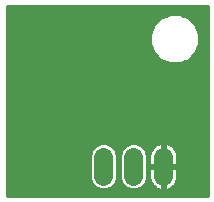
<source format=gbl>
G75*
G70*
%OFA0B0*%
%FSLAX24Y24*%
%IPPOS*%
%LPD*%
%AMOC8*
5,1,8,0,0,1.08239X$1,22.5*
%
%ADD10C,0.0640*%
%ADD11C,0.0160*%
%ADD12C,0.0436*%
D10*
X004947Y006902D02*
X004947Y007542D01*
X005947Y007542D02*
X005947Y006902D01*
X006947Y006902D02*
X006947Y007542D01*
D11*
X001752Y006277D02*
X001752Y012538D01*
X008387Y012538D01*
X008387Y006277D01*
X001752Y006277D01*
X001752Y006414D02*
X006832Y006414D01*
X006830Y006414D02*
X006908Y006402D01*
X006927Y006402D01*
X006927Y007202D01*
X006447Y007202D01*
X006447Y006863D01*
X006460Y006785D01*
X006484Y006710D01*
X006520Y006640D01*
X006566Y006576D01*
X006621Y006521D01*
X006685Y006474D01*
X006755Y006439D01*
X006830Y006414D01*
X006927Y006414D02*
X006967Y006414D01*
X006967Y006402D02*
X006987Y006402D01*
X007064Y006414D01*
X007139Y006439D01*
X007209Y006474D01*
X007273Y006521D01*
X007329Y006576D01*
X007375Y006640D01*
X007411Y006710D01*
X007435Y006785D01*
X007447Y006863D01*
X007447Y007202D01*
X006967Y007202D01*
X006967Y006402D01*
X007062Y006414D02*
X008387Y006414D01*
X008387Y006572D02*
X007325Y006572D01*
X007417Y006731D02*
X008387Y006731D01*
X008387Y006889D02*
X007447Y006889D01*
X007447Y007048D02*
X008387Y007048D01*
X008387Y007206D02*
X006967Y007206D01*
X006967Y007202D02*
X006967Y007242D01*
X006927Y007242D01*
X006927Y007202D01*
X006967Y007202D01*
X006967Y007242D02*
X007447Y007242D01*
X007447Y007581D01*
X007435Y007659D01*
X007411Y007734D01*
X007375Y007804D01*
X007329Y007868D01*
X007273Y007923D01*
X007209Y007970D01*
X007139Y008005D01*
X007064Y008030D01*
X006987Y008042D01*
X006967Y008042D01*
X006967Y007242D01*
X006927Y007242D02*
X006927Y008042D01*
X006908Y008042D01*
X006830Y008030D01*
X006755Y008005D01*
X006685Y007970D01*
X006621Y007923D01*
X006566Y007868D01*
X006520Y007804D01*
X006484Y007734D01*
X006460Y007659D01*
X006447Y007581D01*
X006447Y007242D01*
X006927Y007242D01*
X006927Y007206D02*
X006427Y007206D01*
X006427Y007048D02*
X006447Y007048D01*
X006447Y006889D02*
X006427Y006889D01*
X006427Y006806D02*
X006427Y007637D01*
X006354Y007814D01*
X006219Y007949D01*
X006043Y008022D01*
X005852Y008022D01*
X005675Y007949D01*
X005540Y007814D01*
X005467Y007637D01*
X005467Y006806D01*
X005540Y006630D01*
X005675Y006495D01*
X005852Y006422D01*
X006043Y006422D01*
X006219Y006495D01*
X006354Y006630D01*
X006427Y006806D01*
X006396Y006731D02*
X006477Y006731D01*
X006570Y006572D02*
X006297Y006572D01*
X006927Y006572D02*
X006967Y006572D01*
X006967Y006731D02*
X006927Y006731D01*
X006927Y006889D02*
X006967Y006889D01*
X006967Y007048D02*
X006927Y007048D01*
X006927Y007365D02*
X006967Y007365D01*
X006967Y007523D02*
X006927Y007523D01*
X006927Y007682D02*
X006967Y007682D01*
X006967Y007840D02*
X006927Y007840D01*
X006927Y007999D02*
X006967Y007999D01*
X007152Y007999D02*
X008387Y007999D01*
X008387Y007840D02*
X007348Y007840D01*
X007427Y007682D02*
X008387Y007682D01*
X008387Y007523D02*
X007447Y007523D01*
X007447Y007365D02*
X008387Y007365D01*
X008387Y008157D02*
X001752Y008157D01*
X001752Y008316D02*
X008387Y008316D01*
X008387Y008474D02*
X001752Y008474D01*
X001752Y008633D02*
X008387Y008633D01*
X008387Y008791D02*
X001752Y008791D01*
X001752Y008950D02*
X008387Y008950D01*
X008387Y009108D02*
X001752Y009108D01*
X001752Y009267D02*
X008387Y009267D01*
X008387Y009425D02*
X001752Y009425D01*
X001752Y009584D02*
X008387Y009584D01*
X008387Y009742D02*
X001752Y009742D01*
X001752Y009901D02*
X008387Y009901D01*
X008387Y010059D02*
X001752Y010059D01*
X001752Y010218D02*
X008387Y010218D01*
X008387Y010376D02*
X001752Y010376D01*
X001752Y010535D02*
X008387Y010535D01*
X008387Y010693D02*
X007664Y010693D01*
X007804Y010751D02*
X007491Y010622D01*
X007372Y010622D01*
X007153Y010622D01*
X006841Y010751D01*
X006841Y010751D01*
X006602Y010990D01*
X006602Y010990D01*
X006472Y011303D01*
X006472Y011641D01*
X006602Y011953D01*
X006602Y011953D01*
X006841Y012192D01*
X006841Y012192D01*
X007153Y012322D01*
X007491Y012322D01*
X007804Y012192D01*
X007804Y012192D01*
X008043Y011953D01*
X008043Y011953D01*
X008172Y011641D01*
X008172Y011303D01*
X008043Y010990D01*
X008043Y010990D01*
X007804Y010751D01*
X007804Y010751D01*
X007904Y010852D02*
X008387Y010852D01*
X008387Y011010D02*
X008051Y011010D01*
X008117Y011169D02*
X008387Y011169D01*
X008387Y011327D02*
X008172Y011327D01*
X008172Y011486D02*
X008387Y011486D01*
X008387Y011644D02*
X008171Y011644D01*
X008105Y011803D02*
X008387Y011803D01*
X008387Y011961D02*
X008035Y011961D01*
X007876Y012120D02*
X008387Y012120D01*
X008387Y012278D02*
X007596Y012278D01*
X007048Y012278D02*
X001752Y012278D01*
X001752Y012437D02*
X008387Y012437D01*
X007491Y010622D02*
X007491Y010622D01*
X006981Y010693D02*
X001752Y010693D01*
X001752Y010852D02*
X006740Y010852D01*
X006593Y011010D02*
X001752Y011010D01*
X001752Y011169D02*
X006528Y011169D01*
X006472Y011327D02*
X001752Y011327D01*
X001752Y011486D02*
X006472Y011486D01*
X006474Y011644D02*
X001752Y011644D01*
X001752Y011803D02*
X006539Y011803D01*
X006610Y011961D02*
X001752Y011961D01*
X001752Y012120D02*
X006768Y012120D01*
X005043Y008022D02*
X004852Y008022D01*
X004675Y007949D01*
X004540Y007814D01*
X004467Y007637D01*
X004467Y006806D01*
X004540Y006630D01*
X004675Y006495D01*
X004852Y006422D01*
X005043Y006422D01*
X005219Y006495D01*
X005354Y006630D01*
X005427Y006806D01*
X005427Y007637D01*
X005354Y007814D01*
X005219Y007949D01*
X005043Y008022D01*
X005098Y007999D02*
X005796Y007999D01*
X005567Y007840D02*
X005328Y007840D01*
X005409Y007682D02*
X005486Y007682D01*
X005467Y007523D02*
X005427Y007523D01*
X005427Y007365D02*
X005467Y007365D01*
X005467Y007206D02*
X005427Y007206D01*
X005427Y007048D02*
X005467Y007048D01*
X005467Y006889D02*
X005427Y006889D01*
X005396Y006731D02*
X005498Y006731D01*
X005598Y006572D02*
X005297Y006572D01*
X004598Y006572D02*
X001752Y006572D01*
X001752Y006731D02*
X004498Y006731D01*
X004467Y006889D02*
X001752Y006889D01*
X001752Y007048D02*
X004467Y007048D01*
X004467Y007206D02*
X001752Y007206D01*
X001752Y007365D02*
X004467Y007365D01*
X004467Y007523D02*
X001752Y007523D01*
X001752Y007682D02*
X004486Y007682D01*
X004567Y007840D02*
X001752Y007840D01*
X001752Y007999D02*
X004796Y007999D01*
X006098Y007999D02*
X006743Y007999D01*
X006546Y007840D02*
X006328Y007840D01*
X006409Y007682D02*
X006467Y007682D01*
X006447Y007523D02*
X006427Y007523D01*
X006427Y007365D02*
X006447Y007365D01*
X003447Y006847D02*
X003072Y006847D01*
D12*
X003072Y006847D03*
X003752Y008667D03*
M02*

</source>
